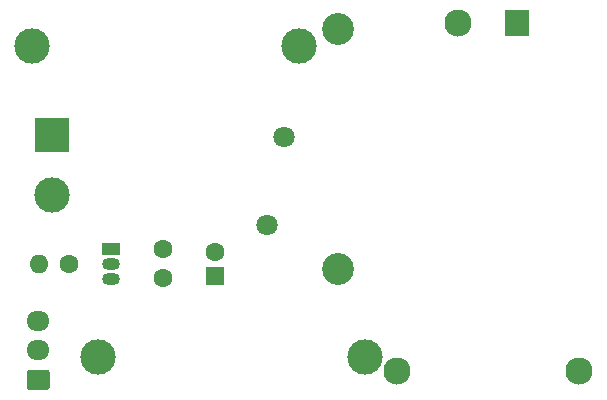
<source format=gbr>
%TF.GenerationSoftware,KiCad,Pcbnew,5.1.2-f72e74a~84~ubuntu18.04.1*%
%TF.CreationDate,2019-07-18T22:24:58+02:00*%
%TF.ProjectId,InWall-ACDC,496e5761-6c6c-42d4-9143-44432e6b6963,1.0*%
%TF.SameCoordinates,PX9a7ec80PY510ff40*%
%TF.FileFunction,Copper,L2,Bot*%
%TF.FilePolarity,Positive*%
%FSLAX46Y46*%
G04 Gerber Fmt 4.6, Leading zero omitted, Abs format (unit mm)*
G04 Created by KiCad (PCBNEW 5.1.2-f72e74a~84~ubuntu18.04.1) date 2019-07-18 22:24:58*
%MOMM*%
%LPD*%
G04 APERTURE LIST*
%ADD10C,1.600000*%
%ADD11R,1.600000X1.600000*%
%ADD12C,2.300000*%
%ADD13R,2.000000X2.300000*%
%ADD14R,1.500000X1.050000*%
%ADD15O,1.500000X1.050000*%
%ADD16O,1.600000X1.600000*%
%ADD17O,1.950000X1.700000*%
%ADD18C,0.100000*%
%ADD19C,1.700000*%
%ADD20C,2.700000*%
%ADD21C,1.800000*%
%ADD22C,3.000000*%
%ADD23R,3.000000X3.000000*%
G04 APERTURE END LIST*
D10*
X17700000Y13700000D03*
D11*
X17700000Y11700000D03*
D12*
X33090000Y3690000D03*
X38290000Y33090000D03*
D13*
X43290000Y33090000D03*
D12*
X48490000Y3690000D03*
D14*
X8900000Y14000000D03*
D15*
X8900000Y11460000D03*
X8900000Y12730000D03*
D16*
X2760000Y12700000D03*
D10*
X5300000Y12700000D03*
D17*
X2700000Y7900000D03*
X2700000Y5400000D03*
D18*
G36*
X3449504Y3748796D02*
G01*
X3473773Y3745196D01*
X3497571Y3739235D01*
X3520671Y3730970D01*
X3542849Y3720480D01*
X3563893Y3707867D01*
X3583598Y3693253D01*
X3601777Y3676777D01*
X3618253Y3658598D01*
X3632867Y3638893D01*
X3645480Y3617849D01*
X3655970Y3595671D01*
X3664235Y3572571D01*
X3670196Y3548773D01*
X3673796Y3524504D01*
X3675000Y3500000D01*
X3675000Y2300000D01*
X3673796Y2275496D01*
X3670196Y2251227D01*
X3664235Y2227429D01*
X3655970Y2204329D01*
X3645480Y2182151D01*
X3632867Y2161107D01*
X3618253Y2141402D01*
X3601777Y2123223D01*
X3583598Y2106747D01*
X3563893Y2092133D01*
X3542849Y2079520D01*
X3520671Y2069030D01*
X3497571Y2060765D01*
X3473773Y2054804D01*
X3449504Y2051204D01*
X3425000Y2050000D01*
X1975000Y2050000D01*
X1950496Y2051204D01*
X1926227Y2054804D01*
X1902429Y2060765D01*
X1879329Y2069030D01*
X1857151Y2079520D01*
X1836107Y2092133D01*
X1816402Y2106747D01*
X1798223Y2123223D01*
X1781747Y2141402D01*
X1767133Y2161107D01*
X1754520Y2182151D01*
X1744030Y2204329D01*
X1735765Y2227429D01*
X1729804Y2251227D01*
X1726204Y2275496D01*
X1725000Y2300000D01*
X1725000Y3500000D01*
X1726204Y3524504D01*
X1729804Y3548773D01*
X1735765Y3572571D01*
X1744030Y3595671D01*
X1754520Y3617849D01*
X1767133Y3638893D01*
X1781747Y3658598D01*
X1798223Y3676777D01*
X1816402Y3693253D01*
X1836107Y3707867D01*
X1857151Y3720480D01*
X1879329Y3730970D01*
X1902429Y3739235D01*
X1926227Y3745196D01*
X1950496Y3748796D01*
X1975000Y3750000D01*
X3425000Y3750000D01*
X3449504Y3748796D01*
X3449504Y3748796D01*
G37*
D19*
X2700000Y2900000D03*
D20*
X28100000Y32620000D03*
X28100000Y12300000D03*
D21*
X23500000Y23500000D03*
X22100000Y16000000D03*
D22*
X3900000Y18520000D03*
D23*
X3900000Y23600000D03*
D22*
X30400000Y4800000D03*
X7800000Y4800000D03*
X2200000Y31200000D03*
X24800000Y31200000D03*
D10*
X13300000Y14000000D03*
X13300000Y11500000D03*
M02*

</source>
